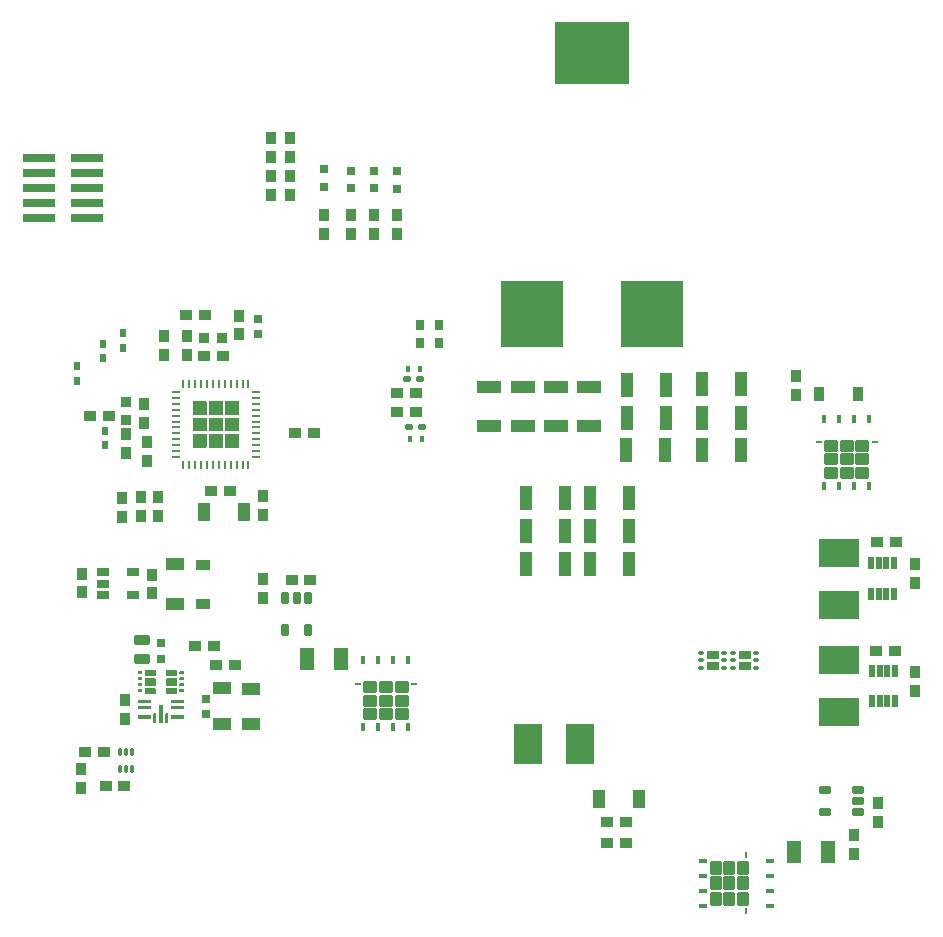
<source format=gtp>
G04*
G04 #@! TF.GenerationSoftware,Altium Limited,Altium Designer,23.1.1 (15)*
G04*
G04 Layer_Color=8421504*
%FSLAX44Y44*%
%MOMM*%
G71*
G04*
G04 #@! TF.SameCoordinates,9C76BA79-DA27-457B-B569-9ED225C8ECFE*
G04*
G04*
G04 #@! TF.FilePolarity,Positive*
G04*
G01*
G75*
G04:AMPARAMS|DCode=31|XSize=1mm|YSize=0.7mm|CornerRadius=0.049mm|HoleSize=0mm|Usage=FLASHONLY|Rotation=0.000|XOffset=0mm|YOffset=0mm|HoleType=Round|Shape=RoundedRectangle|*
%AMROUNDEDRECTD31*
21,1,1.0000,0.6020,0,0,0.0*
21,1,0.9020,0.7000,0,0,0.0*
1,1,0.0980,0.4510,-0.3010*
1,1,0.0980,-0.4510,-0.3010*
1,1,0.0980,-0.4510,0.3010*
1,1,0.0980,0.4510,0.3010*
%
%ADD31ROUNDEDRECTD31*%
G04:AMPARAMS|DCode=32|XSize=0.25mm|YSize=0.555mm|CornerRadius=0.05mm|HoleSize=0mm|Usage=FLASHONLY|Rotation=270.000|XOffset=0mm|YOffset=0mm|HoleType=Round|Shape=RoundedRectangle|*
%AMROUNDEDRECTD32*
21,1,0.2500,0.4550,0,0,270.0*
21,1,0.1500,0.5550,0,0,270.0*
1,1,0.1000,-0.2275,-0.0750*
1,1,0.1000,-0.2275,0.0750*
1,1,0.1000,0.2275,0.0750*
1,1,0.1000,0.2275,-0.0750*
%
%ADD32ROUNDEDRECTD32*%
G04:AMPARAMS|DCode=33|XSize=0.95mm|YSize=1.13mm|CornerRadius=0.0522mm|HoleSize=0mm|Usage=FLASHONLY|Rotation=270.000|XOffset=0mm|YOffset=0mm|HoleType=Round|Shape=RoundedRectangle|*
%AMROUNDEDRECTD33*
21,1,0.9500,1.0255,0,0,270.0*
21,1,0.8455,1.1300,0,0,270.0*
1,1,0.1045,-0.5128,-0.4228*
1,1,0.1045,-0.5128,0.4228*
1,1,0.1045,0.5128,0.4228*
1,1,0.1045,0.5128,-0.4228*
%
%ADD33ROUNDEDRECTD33*%
G04:AMPARAMS|DCode=34|XSize=0.25mm|YSize=0.555mm|CornerRadius=0.05mm|HoleSize=0mm|Usage=FLASHONLY|Rotation=180.000|XOffset=0mm|YOffset=0mm|HoleType=Round|Shape=RoundedRectangle|*
%AMROUNDEDRECTD34*
21,1,0.2500,0.4550,0,0,180.0*
21,1,0.1500,0.5550,0,0,180.0*
1,1,0.1000,-0.0750,0.2275*
1,1,0.1000,0.0750,0.2275*
1,1,0.1000,0.0750,-0.2275*
1,1,0.1000,-0.0750,-0.2275*
%
%ADD34ROUNDEDRECTD34*%
G04:AMPARAMS|DCode=35|XSize=0.95mm|YSize=1.13mm|CornerRadius=0.0522mm|HoleSize=0mm|Usage=FLASHONLY|Rotation=180.000|XOffset=0mm|YOffset=0mm|HoleType=Round|Shape=RoundedRectangle|*
%AMROUNDEDRECTD35*
21,1,0.9500,1.0255,0,0,180.0*
21,1,0.8455,1.1300,0,0,180.0*
1,1,0.1045,-0.4228,0.5128*
1,1,0.1045,0.4228,0.5128*
1,1,0.1045,0.4228,-0.5128*
1,1,0.1045,-0.4228,-0.5128*
%
%ADD35ROUNDEDRECTD35*%
%ADD36R,6.3500X5.2800*%
%ADD37R,5.3300X5.5900*%
%ADD38R,0.9500X1.0000*%
G04:AMPARAMS|DCode=39|XSize=0.3mm|YSize=0.67mm|CornerRadius=0.0495mm|HoleSize=0mm|Usage=FLASHONLY|Rotation=0.000|XOffset=0mm|YOffset=0mm|HoleType=Round|Shape=RoundedRectangle|*
%AMROUNDEDRECTD39*
21,1,0.3000,0.5710,0,0,0.0*
21,1,0.2010,0.6700,0,0,0.0*
1,1,0.0990,0.1005,-0.2855*
1,1,0.0990,-0.1005,-0.2855*
1,1,0.0990,-0.1005,0.2855*
1,1,0.0990,0.1005,0.2855*
%
%ADD39ROUNDEDRECTD39*%
%ADD40R,1.0000X0.9500*%
G04:AMPARAMS|DCode=41|XSize=1.1mm|YSize=2.05mm|CornerRadius=0.0495mm|HoleSize=0mm|Usage=FLASHONLY|Rotation=270.000|XOffset=0mm|YOffset=0mm|HoleType=Round|Shape=RoundedRectangle|*
%AMROUNDEDRECTD41*
21,1,1.1000,1.9510,0,0,270.0*
21,1,1.0010,2.0500,0,0,270.0*
1,1,0.0990,-0.9755,-0.5005*
1,1,0.0990,-0.9755,0.5005*
1,1,0.0990,0.9755,0.5005*
1,1,0.0990,0.9755,-0.5005*
%
%ADD41ROUNDEDRECTD41*%
G04:AMPARAMS|DCode=42|XSize=1.1mm|YSize=2.05mm|CornerRadius=0.0495mm|HoleSize=0mm|Usage=FLASHONLY|Rotation=0.000|XOffset=0mm|YOffset=0mm|HoleType=Round|Shape=RoundedRectangle|*
%AMROUNDEDRECTD42*
21,1,1.1000,1.9510,0,0,0.0*
21,1,1.0010,2.0500,0,0,0.0*
1,1,0.0990,0.5005,-0.9755*
1,1,0.0990,-0.5005,-0.9755*
1,1,0.0990,-0.5005,0.9755*
1,1,0.0990,0.5005,0.9755*
%
%ADD42ROUNDEDRECTD42*%
G04:AMPARAMS|DCode=43|XSize=0.6mm|YSize=0.24mm|CornerRadius=0.0504mm|HoleSize=0mm|Usage=FLASHONLY|Rotation=90.000|XOffset=0mm|YOffset=0mm|HoleType=Round|Shape=RoundedRectangle|*
%AMROUNDEDRECTD43*
21,1,0.6000,0.1392,0,0,90.0*
21,1,0.4992,0.2400,0,0,90.0*
1,1,0.1008,0.0696,0.2496*
1,1,0.1008,0.0696,-0.2496*
1,1,0.1008,-0.0696,-0.2496*
1,1,0.1008,-0.0696,0.2496*
%
%ADD43ROUNDEDRECTD43*%
G04:AMPARAMS|DCode=44|XSize=0.24mm|YSize=0.6mm|CornerRadius=0.0504mm|HoleSize=0mm|Usage=FLASHONLY|Rotation=90.000|XOffset=0mm|YOffset=0mm|HoleType=Round|Shape=RoundedRectangle|*
%AMROUNDEDRECTD44*
21,1,0.2400,0.4992,0,0,90.0*
21,1,0.1392,0.6000,0,0,90.0*
1,1,0.1008,0.2496,0.0696*
1,1,0.1008,0.2496,-0.0696*
1,1,0.1008,-0.2496,-0.0696*
1,1,0.1008,-0.2496,0.0696*
%
%ADD44ROUNDEDRECTD44*%
G04:AMPARAMS|DCode=45|XSize=0.3mm|YSize=0.45mm|CornerRadius=0.0495mm|HoleSize=0mm|Usage=FLASHONLY|Rotation=90.000|XOffset=0mm|YOffset=0mm|HoleType=Round|Shape=RoundedRectangle|*
%AMROUNDEDRECTD45*
21,1,0.3000,0.3510,0,0,90.0*
21,1,0.2010,0.4500,0,0,90.0*
1,1,0.0990,0.1755,0.1005*
1,1,0.0990,0.1755,-0.1005*
1,1,0.0990,-0.1755,-0.1005*
1,1,0.0990,-0.1755,0.1005*
%
%ADD45ROUNDEDRECTD45*%
G04:AMPARAMS|DCode=46|XSize=2.38mm|YSize=3.45mm|CornerRadius=0.0476mm|HoleSize=0mm|Usage=FLASHONLY|Rotation=0.000|XOffset=0mm|YOffset=0mm|HoleType=Round|Shape=RoundedRectangle|*
%AMROUNDEDRECTD46*
21,1,2.3800,3.3548,0,0,0.0*
21,1,2.2848,3.4500,0,0,0.0*
1,1,0.0952,1.1424,-1.6774*
1,1,0.0952,-1.1424,-1.6774*
1,1,0.0952,-1.1424,1.6774*
1,1,0.0952,1.1424,1.6774*
%
%ADD46ROUNDEDRECTD46*%
G04:AMPARAMS|DCode=47|XSize=2.38mm|YSize=3.45mm|CornerRadius=0.0476mm|HoleSize=0mm|Usage=FLASHONLY|Rotation=270.000|XOffset=0mm|YOffset=0mm|HoleType=Round|Shape=RoundedRectangle|*
%AMROUNDEDRECTD47*
21,1,2.3800,3.3548,0,0,270.0*
21,1,2.2848,3.4500,0,0,270.0*
1,1,0.0952,-1.6774,-1.1424*
1,1,0.0952,-1.6774,1.1424*
1,1,0.0952,1.6774,1.1424*
1,1,0.0952,1.6774,-1.1424*
%
%ADD47ROUNDEDRECTD47*%
G04:AMPARAMS|DCode=48|XSize=1.05mm|YSize=0.45mm|CornerRadius=0.0495mm|HoleSize=0mm|Usage=FLASHONLY|Rotation=90.000|XOffset=0mm|YOffset=0mm|HoleType=Round|Shape=RoundedRectangle|*
%AMROUNDEDRECTD48*
21,1,1.0500,0.3510,0,0,90.0*
21,1,0.9510,0.4500,0,0,90.0*
1,1,0.0990,0.1755,0.4755*
1,1,0.0990,0.1755,-0.4755*
1,1,0.0990,-0.1755,-0.4755*
1,1,0.0990,-0.1755,0.4755*
%
%ADD48ROUNDEDRECTD48*%
G04:AMPARAMS|DCode=49|XSize=0.6mm|YSize=1mm|CornerRadius=0.051mm|HoleSize=0mm|Usage=FLASHONLY|Rotation=0.000|XOffset=0mm|YOffset=0mm|HoleType=Round|Shape=RoundedRectangle|*
%AMROUNDEDRECTD49*
21,1,0.6000,0.8980,0,0,0.0*
21,1,0.4980,1.0000,0,0,0.0*
1,1,0.1020,0.2490,-0.4490*
1,1,0.1020,-0.2490,-0.4490*
1,1,0.1020,-0.2490,0.4490*
1,1,0.1020,0.2490,0.4490*
%
%ADD49ROUNDEDRECTD49*%
%ADD50R,0.3810X0.6096*%
%ADD51R,1.1000X1.6000*%
G04:AMPARAMS|DCode=52|XSize=0.6mm|YSize=1mm|CornerRadius=0.051mm|HoleSize=0mm|Usage=FLASHONLY|Rotation=270.000|XOffset=0mm|YOffset=0mm|HoleType=Round|Shape=RoundedRectangle|*
%AMROUNDEDRECTD52*
21,1,0.6000,0.8980,0,0,270.0*
21,1,0.4980,1.0000,0,0,270.0*
1,1,0.1020,-0.4490,-0.2490*
1,1,0.1020,-0.4490,0.2490*
1,1,0.1020,0.4490,0.2490*
1,1,0.1020,0.4490,-0.2490*
%
%ADD52ROUNDEDRECTD52*%
%ADD53R,1.3000X1.8500*%
%ADD54R,0.6000X0.8000*%
%ADD55R,2.7900X0.7400*%
%ADD56R,0.9150X1.2200*%
G04:AMPARAMS|DCode=57|XSize=0.76mm|YSize=0.41mm|CornerRadius=0.0495mm|HoleSize=0mm|Usage=FLASHONLY|Rotation=270.000|XOffset=0mm|YOffset=0mm|HoleType=Round|Shape=RoundedRectangle|*
%AMROUNDEDRECTD57*
21,1,0.7600,0.3111,0,0,270.0*
21,1,0.6611,0.4100,0,0,270.0*
1,1,0.0989,-0.1556,-0.3306*
1,1,0.0989,-0.1556,0.3306*
1,1,0.0989,0.1556,0.3306*
1,1,0.0989,0.1556,-0.3306*
%
%ADD57ROUNDEDRECTD57*%
G04:AMPARAMS|DCode=58|XSize=0.76mm|YSize=0.41mm|CornerRadius=0.0495mm|HoleSize=0mm|Usage=FLASHONLY|Rotation=180.000|XOffset=0mm|YOffset=0mm|HoleType=Round|Shape=RoundedRectangle|*
%AMROUNDEDRECTD58*
21,1,0.7600,0.3111,0,0,180.0*
21,1,0.6611,0.4100,0,0,180.0*
1,1,0.0989,-0.3306,0.1556*
1,1,0.0989,0.3306,0.1556*
1,1,0.0989,0.3306,-0.1556*
1,1,0.0989,-0.3306,-0.1556*
%
%ADD58ROUNDEDRECTD58*%
G04:AMPARAMS|DCode=59|XSize=0.75mm|YSize=0.9mm|CornerRadius=0.0488mm|HoleSize=0mm|Usage=FLASHONLY|Rotation=180.000|XOffset=0mm|YOffset=0mm|HoleType=Round|Shape=RoundedRectangle|*
%AMROUNDEDRECTD59*
21,1,0.7500,0.8025,0,0,180.0*
21,1,0.6525,0.9000,0,0,180.0*
1,1,0.0975,-0.3263,0.4013*
1,1,0.0975,0.3263,0.4013*
1,1,0.0975,0.3263,-0.4013*
1,1,0.0975,-0.3263,-0.4013*
%
%ADD59ROUNDEDRECTD59*%
G04:AMPARAMS|DCode=60|XSize=0.6mm|YSize=0.5mm|CornerRadius=0.05mm|HoleSize=0mm|Usage=FLASHONLY|Rotation=0.000|XOffset=0mm|YOffset=0mm|HoleType=Round|Shape=RoundedRectangle|*
%AMROUNDEDRECTD60*
21,1,0.6000,0.4000,0,0,0.0*
21,1,0.5000,0.5000,0,0,0.0*
1,1,0.1000,0.2500,-0.2000*
1,1,0.1000,-0.2500,-0.2000*
1,1,0.1000,-0.2500,0.2000*
1,1,0.1000,0.2500,0.2000*
%
%ADD60ROUNDEDRECTD60*%
G04:AMPARAMS|DCode=61|XSize=0.8mm|YSize=0.9mm|CornerRadius=0.052mm|HoleSize=0mm|Usage=FLASHONLY|Rotation=90.000|XOffset=0mm|YOffset=0mm|HoleType=Round|Shape=RoundedRectangle|*
%AMROUNDEDRECTD61*
21,1,0.8000,0.7960,0,0,90.0*
21,1,0.6960,0.9000,0,0,90.0*
1,1,0.1040,0.3980,0.3480*
1,1,0.1040,0.3980,-0.3480*
1,1,0.1040,-0.3980,-0.3480*
1,1,0.1040,-0.3980,0.3480*
%
%ADD61ROUNDEDRECTD61*%
G04:AMPARAMS|DCode=62|XSize=0.8mm|YSize=0.9mm|CornerRadius=0.052mm|HoleSize=0mm|Usage=FLASHONLY|Rotation=0.000|XOffset=0mm|YOffset=0mm|HoleType=Round|Shape=RoundedRectangle|*
%AMROUNDEDRECTD62*
21,1,0.8000,0.7960,0,0,0.0*
21,1,0.6960,0.9000,0,0,0.0*
1,1,0.1040,0.3480,-0.3980*
1,1,0.1040,-0.3480,-0.3980*
1,1,0.1040,-0.3480,0.3980*
1,1,0.1040,0.3480,0.3980*
%
%ADD62ROUNDEDRECTD62*%
G04:AMPARAMS|DCode=63|XSize=0.65mm|YSize=0.7mm|CornerRadius=0.0488mm|HoleSize=0mm|Usage=FLASHONLY|Rotation=90.000|XOffset=0mm|YOffset=0mm|HoleType=Round|Shape=RoundedRectangle|*
%AMROUNDEDRECTD63*
21,1,0.6500,0.6025,0,0,90.0*
21,1,0.5525,0.7000,0,0,90.0*
1,1,0.0975,0.3013,0.2763*
1,1,0.0975,0.3013,-0.2763*
1,1,0.0975,-0.3013,-0.2763*
1,1,0.0975,-0.3013,0.2763*
%
%ADD63ROUNDEDRECTD63*%
G04:AMPARAMS|DCode=64|XSize=0.825mm|YSize=1.325mm|CornerRadius=0.0495mm|HoleSize=0mm|Usage=FLASHONLY|Rotation=90.000|XOffset=0mm|YOffset=0mm|HoleType=Round|Shape=RoundedRectangle|*
%AMROUNDEDRECTD64*
21,1,0.8250,1.2260,0,0,90.0*
21,1,0.7260,1.3250,0,0,90.0*
1,1,0.0990,0.6130,0.3630*
1,1,0.0990,0.6130,-0.3630*
1,1,0.0990,-0.6130,-0.3630*
1,1,0.0990,-0.6130,0.3630*
%
%ADD64ROUNDEDRECTD64*%
G04:AMPARAMS|DCode=65|XSize=1.1mm|YSize=0.6mm|CornerRadius=0.051mm|HoleSize=0mm|Usage=FLASHONLY|Rotation=0.000|XOffset=0mm|YOffset=0mm|HoleType=Round|Shape=RoundedRectangle|*
%AMROUNDEDRECTD65*
21,1,1.1000,0.4980,0,0,0.0*
21,1,0.9980,0.6000,0,0,0.0*
1,1,0.1020,0.4990,-0.2490*
1,1,0.1020,-0.4990,-0.2490*
1,1,0.1020,-0.4990,0.2490*
1,1,0.1020,0.4990,0.2490*
%
%ADD65ROUNDEDRECTD65*%
%ADD66R,1.2200X0.9150*%
%ADD67R,1.6000X1.1000*%
G04:AMPARAMS|DCode=68|XSize=1mm|YSize=1.6mm|CornerRadius=0.05mm|HoleSize=0mm|Usage=FLASHONLY|Rotation=90.000|XOffset=0mm|YOffset=0mm|HoleType=Round|Shape=RoundedRectangle|*
%AMROUNDEDRECTD68*
21,1,1.0000,1.5000,0,0,90.0*
21,1,0.9000,1.6000,0,0,90.0*
1,1,0.1000,0.7500,0.4500*
1,1,0.1000,0.7500,-0.4500*
1,1,0.1000,-0.7500,-0.4500*
1,1,0.1000,-0.7500,0.4500*
%
%ADD68ROUNDEDRECTD68*%
%ADD69R,0.8000X0.8000*%
G36*
X225361Y448445D02*
X225501Y448304D01*
X225578Y448120D01*
Y448021D01*
Y437321D01*
Y437221D01*
X225501Y437037D01*
X225361Y436897D01*
X225177Y436821D01*
X214278D01*
X214094Y436897D01*
X213954Y437037D01*
X213878Y437221D01*
Y437321D01*
Y448021D01*
Y448120D01*
X213954Y448304D01*
X214094Y448445D01*
X214278Y448521D01*
X225177D01*
X225361Y448445D01*
D02*
G37*
G36*
X211661D02*
X211801Y448304D01*
X211878Y448120D01*
Y448021D01*
Y437321D01*
Y437221D01*
X211801Y437037D01*
X211661Y436897D01*
X211477Y436821D01*
X200578D01*
X200394Y436897D01*
X200254Y437037D01*
X200178Y437221D01*
Y437321D01*
Y448021D01*
Y448120D01*
X200254Y448304D01*
X200394Y448445D01*
X200578Y448521D01*
X211477D01*
X211661Y448445D01*
D02*
G37*
G36*
X197961D02*
X198102Y448304D01*
X198178Y448120D01*
Y448021D01*
Y437321D01*
Y437221D01*
X198102Y437037D01*
X197961Y436897D01*
X197777Y436821D01*
X186878D01*
X186694Y436897D01*
X186554Y437037D01*
X186478Y437221D01*
Y437321D01*
Y448021D01*
Y448120D01*
X186554Y448304D01*
X186694Y448445D01*
X186878Y448521D01*
X197777D01*
X197961Y448445D01*
D02*
G37*
G36*
X225361Y434744D02*
X225501Y434604D01*
X225578Y434420D01*
Y434321D01*
Y423621D01*
Y423521D01*
X225501Y423337D01*
X225361Y423197D01*
X225177Y423121D01*
X214278D01*
X214094Y423197D01*
X213954Y423337D01*
X213878Y423521D01*
Y423621D01*
Y434321D01*
Y434420D01*
X213954Y434604D01*
X214094Y434744D01*
X214278Y434821D01*
X225177D01*
X225361Y434744D01*
D02*
G37*
G36*
X211661D02*
X211801Y434604D01*
X211878Y434420D01*
Y434321D01*
Y423621D01*
Y423521D01*
X211801Y423337D01*
X211661Y423197D01*
X211477Y423121D01*
X200578D01*
X200394Y423197D01*
X200254Y423337D01*
X200178Y423521D01*
Y423621D01*
Y434321D01*
Y434420D01*
X200254Y434604D01*
X200394Y434744D01*
X200578Y434821D01*
X211477D01*
X211661Y434744D01*
D02*
G37*
G36*
X197961D02*
X198102Y434604D01*
X198178Y434420D01*
Y434321D01*
Y423621D01*
Y423521D01*
X198102Y423337D01*
X197961Y423197D01*
X197777Y423121D01*
X186878D01*
X186694Y423197D01*
X186554Y423337D01*
X186478Y423521D01*
Y423621D01*
Y434321D01*
Y434420D01*
X186554Y434604D01*
X186694Y434744D01*
X186878Y434821D01*
X197777D01*
X197961Y434744D01*
D02*
G37*
G36*
X225361Y421045D02*
X225501Y420904D01*
X225578Y420720D01*
Y420621D01*
Y409921D01*
Y409821D01*
X225501Y409637D01*
X225361Y409497D01*
X225177Y409421D01*
X214278D01*
X214094Y409497D01*
X213954Y409637D01*
X213878Y409821D01*
Y409921D01*
Y420621D01*
Y420720D01*
X213954Y420904D01*
X214094Y421045D01*
X214278Y421121D01*
X225177D01*
X225361Y421045D01*
D02*
G37*
G36*
X211661D02*
X211801Y420904D01*
X211878Y420720D01*
Y420621D01*
Y409921D01*
Y409821D01*
X211801Y409637D01*
X211661Y409497D01*
X211477Y409421D01*
X200578D01*
X200394Y409497D01*
X200254Y409637D01*
X200178Y409821D01*
Y409921D01*
Y420621D01*
Y420720D01*
X200254Y420904D01*
X200394Y421045D01*
X200578Y421121D01*
X211477D01*
X211661Y421045D01*
D02*
G37*
G36*
X197961D02*
X198102Y420904D01*
X198178Y420720D01*
Y420621D01*
Y409921D01*
Y409821D01*
X198102Y409637D01*
X197961Y409497D01*
X197777Y409421D01*
X186878D01*
X186694Y409497D01*
X186554Y409637D01*
X186478Y409821D01*
Y409921D01*
Y420621D01*
Y420720D01*
X186554Y420904D01*
X186694Y421045D01*
X186878Y421121D01*
X197777D01*
X197961Y421045D01*
D02*
G37*
G36*
X178650Y219998D02*
X178791Y219857D01*
X178867Y219673D01*
Y219574D01*
Y218074D01*
Y217974D01*
X178791Y217790D01*
X178650Y217650D01*
X178467Y217574D01*
X175518D01*
X175334Y217650D01*
X175193Y217790D01*
X175117Y217974D01*
Y218074D01*
Y219574D01*
Y219673D01*
X175193Y219857D01*
X175334Y219998D01*
X175518Y220074D01*
X178467D01*
X178650Y219998D01*
D02*
G37*
G36*
X143411D02*
X143551Y219857D01*
X143627Y219673D01*
Y219574D01*
Y218074D01*
Y217974D01*
X143551Y217790D01*
X143411Y217650D01*
X143227Y217574D01*
X140278D01*
X140094Y217650D01*
X139953Y217790D01*
X139877Y217974D01*
Y218074D01*
Y219574D01*
Y219673D01*
X139953Y219857D01*
X140094Y219998D01*
X140278Y220074D01*
X143227D01*
X143411Y219998D01*
D02*
G37*
G36*
X172955Y221022D02*
X173096Y220882D01*
X173172Y220698D01*
Y220599D01*
Y216449D01*
Y216349D01*
X173096Y216165D01*
X172955Y216025D01*
X172772Y215949D01*
X164273D01*
X164089Y216025D01*
X163948Y216165D01*
X163872Y216349D01*
Y216449D01*
Y220599D01*
Y220698D01*
X163948Y220882D01*
X164089Y221022D01*
X164273Y221099D01*
X172772D01*
X172955Y221022D01*
D02*
G37*
G36*
X154656D02*
X154796Y220882D01*
X154872Y220698D01*
Y220599D01*
Y216449D01*
Y216349D01*
X154796Y216165D01*
X154656Y216025D01*
X154472Y215949D01*
X145973D01*
X145789Y216025D01*
X145648Y216165D01*
X145572Y216349D01*
Y216449D01*
Y220599D01*
Y220698D01*
X145648Y220882D01*
X145789Y221022D01*
X145973Y221099D01*
X154472D01*
X154656Y221022D01*
D02*
G37*
G36*
X178650Y214998D02*
X178791Y214857D01*
X178867Y214673D01*
Y214574D01*
Y213074D01*
Y212974D01*
X178791Y212790D01*
X178650Y212650D01*
X178467Y212574D01*
X175518D01*
X175334Y212650D01*
X175193Y212790D01*
X175117Y212974D01*
Y213074D01*
Y214574D01*
Y214673D01*
X175193Y214857D01*
X175334Y214998D01*
X175518Y215074D01*
X178467D01*
X178650Y214998D01*
D02*
G37*
G36*
X143411D02*
X143551Y214857D01*
X143627Y214673D01*
Y214574D01*
Y213074D01*
Y212974D01*
X143551Y212790D01*
X143411Y212650D01*
X143227Y212574D01*
X140278D01*
X140094Y212650D01*
X139953Y212790D01*
X139877Y212974D01*
Y213074D01*
Y214574D01*
Y214673D01*
X139953Y214857D01*
X140094Y214998D01*
X140278Y215074D01*
X143227D01*
X143411Y214998D01*
D02*
G37*
G36*
X172955Y213848D02*
X173096Y213707D01*
X173172Y213523D01*
Y213424D01*
Y208224D01*
Y208124D01*
X173096Y207940D01*
X172955Y207800D01*
X172772Y207724D01*
X164273D01*
X164089Y207800D01*
X163948Y207940D01*
X163872Y208124D01*
Y208224D01*
Y213424D01*
Y213523D01*
X163948Y213707D01*
X164089Y213848D01*
X164273Y213924D01*
X172772D01*
X172955Y213848D01*
D02*
G37*
G36*
X154656D02*
X154796Y213707D01*
X154872Y213523D01*
Y213424D01*
Y208224D01*
Y208124D01*
X154796Y207940D01*
X154656Y207800D01*
X154472Y207724D01*
X145973D01*
X145789Y207800D01*
X145648Y207940D01*
X145572Y208124D01*
Y208224D01*
Y213424D01*
Y213523D01*
X145648Y213707D01*
X145789Y213848D01*
X145973Y213924D01*
X154472D01*
X154656Y213848D01*
D02*
G37*
G36*
X178650Y209998D02*
X178791Y209857D01*
X178867Y209673D01*
Y209574D01*
Y208074D01*
Y207974D01*
X178791Y207790D01*
X178650Y207650D01*
X178467Y207574D01*
X175518D01*
X175334Y207650D01*
X175193Y207790D01*
X175117Y207974D01*
Y208074D01*
Y209574D01*
Y209673D01*
X175193Y209857D01*
X175334Y209998D01*
X175518Y210074D01*
X178467D01*
X178650Y209998D01*
D02*
G37*
G36*
X143411D02*
X143551Y209857D01*
X143627Y209673D01*
Y209574D01*
Y208074D01*
Y207974D01*
X143551Y207790D01*
X143411Y207650D01*
X143227Y207574D01*
X140278D01*
X140094Y207650D01*
X139953Y207790D01*
X139877Y207974D01*
Y208074D01*
Y209574D01*
Y209673D01*
X139953Y209857D01*
X140094Y209998D01*
X140278Y210074D01*
X143227D01*
X143411Y209998D01*
D02*
G37*
G36*
X178650Y204998D02*
X178791Y204857D01*
X178867Y204673D01*
Y204574D01*
Y203074D01*
Y202974D01*
X178791Y202790D01*
X178650Y202650D01*
X178467Y202574D01*
X175518D01*
X175334Y202650D01*
X175193Y202790D01*
X175117Y202974D01*
Y203074D01*
Y204574D01*
Y204673D01*
X175193Y204857D01*
X175334Y204998D01*
X175518Y205074D01*
X178467D01*
X178650Y204998D01*
D02*
G37*
G36*
X143411D02*
X143551Y204857D01*
X143627Y204673D01*
Y204574D01*
Y203074D01*
Y202974D01*
X143551Y202790D01*
X143411Y202650D01*
X143227Y202574D01*
X140278D01*
X140094Y202650D01*
X139953Y202790D01*
X139877Y202974D01*
Y203074D01*
Y204574D01*
Y204673D01*
X139953Y204857D01*
X140094Y204998D01*
X140278Y205074D01*
X143227D01*
X143411Y204998D01*
D02*
G37*
G36*
X172955Y205672D02*
X173096Y205532D01*
X173172Y205348D01*
Y205249D01*
Y201099D01*
Y200999D01*
X173096Y200815D01*
X172955Y200675D01*
X172772Y200599D01*
X164273D01*
X164089Y200675D01*
X163948Y200815D01*
X163872Y200999D01*
Y201099D01*
Y205249D01*
Y205348D01*
X163948Y205532D01*
X164089Y205672D01*
X164273Y205749D01*
X172772D01*
X172955Y205672D01*
D02*
G37*
G36*
X154656D02*
X154796Y205532D01*
X154872Y205348D01*
Y205249D01*
Y201099D01*
Y200999D01*
X154796Y200815D01*
X154656Y200675D01*
X154472Y200599D01*
X145973D01*
X145789Y200675D01*
X145648Y200815D01*
X145572Y200999D01*
Y201099D01*
Y205249D01*
Y205348D01*
X145648Y205532D01*
X145789Y205672D01*
X145973Y205749D01*
X154472D01*
X154656Y205672D01*
D02*
G37*
G36*
X178655Y195497D02*
X178796Y195357D01*
X178872Y195173D01*
Y195074D01*
Y193574D01*
Y193474D01*
X178796Y193290D01*
X178655Y193150D01*
X178472Y193074D01*
X168273D01*
X168089Y193150D01*
X167948Y193290D01*
X167872Y193474D01*
Y193574D01*
X167872D01*
Y195074D01*
Y195173D01*
X167948Y195357D01*
X168089Y195497D01*
X168273Y195574D01*
X178472D01*
X178655Y195497D01*
D02*
G37*
G36*
X150655D02*
X150796Y195357D01*
X150872Y195173D01*
Y195074D01*
X150872Y193574D01*
Y193474D01*
X150796Y193290D01*
X150655Y193150D01*
X150472Y193074D01*
X140273D01*
X140089Y193150D01*
X139948Y193290D01*
X139872Y193474D01*
Y193574D01*
Y195074D01*
Y195173D01*
X139948Y195357D01*
X140089Y195497D01*
X140273Y195574D01*
X150472D01*
X150655Y195497D01*
D02*
G37*
G36*
X178655Y190497D02*
X178796Y190357D01*
X178872Y190173D01*
Y190074D01*
X178872D01*
X178872Y188574D01*
Y188474D01*
X178796Y188290D01*
X178655Y188150D01*
X178472Y188074D01*
X178372D01*
Y188074D01*
X168372Y188074D01*
X168273D01*
X168089Y188150D01*
X167948Y188290D01*
X167872Y188474D01*
Y188574D01*
Y190074D01*
Y190173D01*
X167948Y190357D01*
X168089Y190497D01*
X168273Y190574D01*
X178472D01*
X178655Y190497D01*
D02*
G37*
G36*
X150655D02*
X150796Y190357D01*
X150872Y190173D01*
Y190074D01*
Y188574D01*
Y188474D01*
X150796Y188290D01*
X150655Y188150D01*
X150472Y188074D01*
X150372D01*
Y188074D01*
X140372Y188074D01*
X140273D01*
X140089Y188150D01*
X139948Y188290D01*
X139872Y188474D01*
Y188574D01*
X139872D01*
X139872Y190074D01*
Y190173D01*
X139948Y190357D01*
X140089Y190497D01*
X140273Y190574D01*
X150472D01*
X150655Y190497D01*
D02*
G37*
G36*
X178655Y183002D02*
X178796Y182862D01*
X178872Y182678D01*
Y182579D01*
X178872D01*
X178872Y179829D01*
Y179729D01*
X178796Y179545D01*
X178655Y179405D01*
X178472Y179329D01*
X168273D01*
X168089Y179405D01*
X167948Y179545D01*
X167872Y179729D01*
Y179829D01*
Y182579D01*
Y182678D01*
X167948Y182862D01*
X168089Y183002D01*
X168273Y183079D01*
X178472D01*
X178655Y183002D01*
D02*
G37*
G36*
X150655D02*
X150796Y182862D01*
X150872Y182678D01*
Y182579D01*
Y179829D01*
Y179729D01*
X150796Y179545D01*
X150655Y179405D01*
X150472Y179329D01*
X140273D01*
X140089Y179405D01*
X139948Y179545D01*
X139872Y179729D01*
Y179829D01*
X139872D01*
X139872Y182579D01*
Y182678D01*
X139948Y182862D01*
X140089Y183002D01*
X140273Y183079D01*
X150472D01*
X150655Y183002D01*
D02*
G37*
G36*
X160655Y191502D02*
X160796Y191362D01*
X160872Y191178D01*
Y191079D01*
Y176829D01*
Y176729D01*
X160796Y176545D01*
X160655Y176405D01*
X160472Y176329D01*
X158273D01*
X158089Y176405D01*
X157948Y176545D01*
X157872Y176729D01*
Y176829D01*
Y191079D01*
Y191178D01*
X157948Y191362D01*
X158089Y191502D01*
X158273Y191579D01*
X160472D01*
X160655Y191502D01*
D02*
G37*
G36*
X155406Y184247D02*
X155546Y184107D01*
X155622Y183923D01*
Y183824D01*
Y176824D01*
Y176724D01*
X155546Y176540D01*
X155406Y176400D01*
X155222Y176324D01*
X153523D01*
X153339Y176400D01*
X153198Y176540D01*
X153122Y176724D01*
Y176824D01*
Y183824D01*
X153122Y183923D01*
X153198Y184107D01*
X153339Y184247D01*
X153523Y184324D01*
X155222D01*
X155406Y184247D01*
D02*
G37*
G36*
X165406D02*
X165546Y184107D01*
X165622Y183923D01*
Y183824D01*
Y176824D01*
Y176724D01*
X165546Y176540D01*
X165406Y176400D01*
X165222Y176324D01*
X165122D01*
Y176324D01*
X163622Y176324D01*
X163523D01*
X163339Y176400D01*
X163198Y176540D01*
X163122Y176724D01*
Y176824D01*
Y183824D01*
Y183923D01*
X163198Y184107D01*
X163339Y184247D01*
X163523Y184324D01*
X165222D01*
X165406Y184247D01*
D02*
G37*
D31*
X653799Y233851D02*
D03*
Y224851D02*
D03*
X626712Y233851D02*
D03*
Y224851D02*
D03*
D32*
X716273Y413802D02*
D03*
X763723D02*
D03*
X326265Y209628D02*
D03*
X373716D02*
D03*
D33*
X739998Y399352D02*
D03*
Y410853D02*
D03*
Y387852D02*
D03*
X753298D02*
D03*
Y410853D02*
D03*
Y399352D02*
D03*
X726698Y387852D02*
D03*
Y410853D02*
D03*
Y399352D02*
D03*
X349991Y195178D02*
D03*
Y206678D02*
D03*
Y183678D02*
D03*
X363291D02*
D03*
Y206678D02*
D03*
Y195178D02*
D03*
X336691Y183678D02*
D03*
Y206678D02*
D03*
Y195178D02*
D03*
D34*
X655051Y16818D02*
D03*
Y64268D02*
D03*
D35*
X640601Y53843D02*
D03*
X652100D02*
D03*
X629101D02*
D03*
X640601Y27243D02*
D03*
X652100D02*
D03*
X629101D02*
D03*
Y40543D02*
D03*
X652100D02*
D03*
X640601D02*
D03*
D36*
X524764Y743104D02*
D03*
D37*
X575514Y522354D02*
D03*
X474014D02*
D03*
D38*
X91643Y121220D02*
D03*
Y137220D02*
D03*
X246036Y298329D02*
D03*
Y282329D02*
D03*
X766235Y108632D02*
D03*
Y92632D02*
D03*
X746176Y65271D02*
D03*
Y81271D02*
D03*
X797607Y311028D02*
D03*
Y295028D02*
D03*
X797909Y219522D02*
D03*
Y203522D02*
D03*
X252543Y671611D02*
D03*
Y655611D02*
D03*
X252389Y639023D02*
D03*
Y623023D02*
D03*
X268825Y639023D02*
D03*
Y623023D02*
D03*
Y671611D02*
D03*
Y655611D02*
D03*
X696722Y453921D02*
D03*
Y469921D02*
D03*
X297550Y605998D02*
D03*
Y589998D02*
D03*
X320681Y590346D02*
D03*
Y606346D02*
D03*
X339766Y590392D02*
D03*
Y606392D02*
D03*
X359500Y590147D02*
D03*
Y606147D02*
D03*
X142171Y367203D02*
D03*
Y351203D02*
D03*
X156881Y367203D02*
D03*
Y351203D02*
D03*
X181441Y504225D02*
D03*
Y488225D02*
D03*
X162267Y504226D02*
D03*
Y488225D02*
D03*
X126220Y366953D02*
D03*
Y350953D02*
D03*
X129601Y421027D02*
D03*
Y405027D02*
D03*
X145462Y430171D02*
D03*
Y446171D02*
D03*
X147658Y398292D02*
D03*
Y414291D02*
D03*
X225637Y505183D02*
D03*
Y521183D02*
D03*
X246022Y368039D02*
D03*
Y352038D02*
D03*
X129326Y195506D02*
D03*
Y179506D02*
D03*
X92610Y286774D02*
D03*
Y302774D02*
D03*
X152292Y285959D02*
D03*
Y301959D02*
D03*
D39*
X129692Y137204D02*
D03*
X134692Y152004D02*
D03*
X129692D02*
D03*
X124692D02*
D03*
Y137204D02*
D03*
X134692D02*
D03*
D40*
X111123Y151854D02*
D03*
X95123D02*
D03*
X128557Y122787D02*
D03*
X112557D02*
D03*
X553265Y74695D02*
D03*
X537265D02*
D03*
X537265Y92266D02*
D03*
X553265D02*
D03*
X269997Y297254D02*
D03*
X285997D02*
D03*
X781709Y329421D02*
D03*
X765709D02*
D03*
X780633Y237070D02*
D03*
X764633D02*
D03*
X359070Y455872D02*
D03*
X375070D02*
D03*
X359070Y439622D02*
D03*
X375070D02*
D03*
X188486Y241068D02*
D03*
X204486D02*
D03*
X222078Y225694D02*
D03*
X206078D02*
D03*
X195687Y487108D02*
D03*
X211687D02*
D03*
X115704Y436471D02*
D03*
X99704D02*
D03*
X202188Y372255D02*
D03*
X218188D02*
D03*
X180957Y521872D02*
D03*
X196957D02*
D03*
X272781Y421957D02*
D03*
X288781D02*
D03*
D41*
X522007Y427763D02*
D03*
Y460763D02*
D03*
X436954Y427489D02*
D03*
Y460489D02*
D03*
X494207Y427489D02*
D03*
Y460489D02*
D03*
X465771D02*
D03*
Y427489D02*
D03*
D42*
X501477Y310699D02*
D03*
X468477D02*
D03*
X650412Y434659D02*
D03*
X617412D02*
D03*
X650412Y463007D02*
D03*
X617412D02*
D03*
X650412Y407033D02*
D03*
X617412D02*
D03*
X553938Y462572D02*
D03*
X586938D02*
D03*
X553938Y434291D02*
D03*
X586938D02*
D03*
X553449Y406986D02*
D03*
X586449D02*
D03*
X556007Y367078D02*
D03*
X523007D02*
D03*
X468477Y366824D02*
D03*
X501477D02*
D03*
X523007Y338930D02*
D03*
X556007D02*
D03*
X468477Y338677D02*
D03*
X501478D02*
D03*
X523007Y310699D02*
D03*
X556007D02*
D03*
D43*
X178528Y394971D02*
D03*
X183528D02*
D03*
X188528D02*
D03*
X193528D02*
D03*
X198528D02*
D03*
X203528D02*
D03*
X208528D02*
D03*
X213528D02*
D03*
X218528D02*
D03*
X223528D02*
D03*
X228528D02*
D03*
X233528D02*
D03*
Y462970D02*
D03*
X228528D02*
D03*
X223528D02*
D03*
X218528D02*
D03*
X213528D02*
D03*
X208528D02*
D03*
X203528D02*
D03*
X198528D02*
D03*
X193528D02*
D03*
X188528D02*
D03*
X183528D02*
D03*
X178528D02*
D03*
D44*
X240028Y401470D02*
D03*
Y406471D02*
D03*
Y411470D02*
D03*
Y416471D02*
D03*
Y421470D02*
D03*
Y426471D02*
D03*
Y431471D02*
D03*
Y436471D02*
D03*
Y441471D02*
D03*
Y446471D02*
D03*
Y451471D02*
D03*
Y456471D02*
D03*
X172028D02*
D03*
Y451471D02*
D03*
Y446471D02*
D03*
Y441471D02*
D03*
Y436471D02*
D03*
Y431471D02*
D03*
Y426471D02*
D03*
Y421470D02*
D03*
Y416471D02*
D03*
Y411470D02*
D03*
Y406471D02*
D03*
Y401470D02*
D03*
D45*
X644049Y235851D02*
D03*
Y229351D02*
D03*
Y222851D02*
D03*
X663549Y235851D02*
D03*
Y229351D02*
D03*
Y222851D02*
D03*
X616962D02*
D03*
Y229351D02*
D03*
Y235851D02*
D03*
X636461D02*
D03*
Y229351D02*
D03*
Y222851D02*
D03*
D46*
X514327Y158066D02*
D03*
X470127D02*
D03*
D47*
X733312Y276283D02*
D03*
Y320483D02*
D03*
Y229351D02*
D03*
Y185151D02*
D03*
D48*
X760492Y311812D02*
D03*
X766992D02*
D03*
X773492D02*
D03*
X779991D02*
D03*
Y285812D02*
D03*
X773492D02*
D03*
X766992D02*
D03*
X760492D02*
D03*
X761356Y220522D02*
D03*
X767855D02*
D03*
X774356D02*
D03*
X780856D02*
D03*
Y194522D02*
D03*
X774356D02*
D03*
X767855D02*
D03*
X761356D02*
D03*
D49*
X274279Y282199D02*
D03*
X264779Y254699D02*
D03*
X283779D02*
D03*
X264779Y282199D02*
D03*
X283779D02*
D03*
D50*
X368284Y476171D02*
D03*
X378443D02*
D03*
X370204Y416406D02*
D03*
X380364D02*
D03*
D51*
X530029Y112163D02*
D03*
X564029D02*
D03*
X195612Y355203D02*
D03*
X229612D02*
D03*
D52*
X749527Y110132D02*
D03*
X722027Y119632D02*
D03*
Y100632D02*
D03*
X749527Y119632D02*
D03*
Y100632D02*
D03*
D53*
X724601Y67418D02*
D03*
X695601D02*
D03*
X283166Y230294D02*
D03*
X312165D02*
D03*
D54*
X88801Y466156D02*
D03*
Y478156D02*
D03*
X126951Y494051D02*
D03*
Y506051D02*
D03*
X112030Y423464D02*
D03*
Y411464D02*
D03*
X110446Y497476D02*
D03*
Y485476D02*
D03*
D55*
X56154Y654785D02*
D03*
X96854D02*
D03*
X56154Y642085D02*
D03*
Y629385D02*
D03*
Y616685D02*
D03*
Y603985D02*
D03*
X96854Y642085D02*
D03*
Y629385D02*
D03*
Y616685D02*
D03*
Y603985D02*
D03*
D56*
X716805Y454971D02*
D03*
X749555D02*
D03*
D57*
X759048Y433702D02*
D03*
X746348D02*
D03*
X733648D02*
D03*
X759048Y377302D02*
D03*
X746348D02*
D03*
X733648D02*
D03*
X720948D02*
D03*
Y433702D02*
D03*
X369041Y173128D02*
D03*
X356341D02*
D03*
X343641D02*
D03*
X330941D02*
D03*
Y229528D02*
D03*
X369041D02*
D03*
X356341D02*
D03*
X343641D02*
D03*
D58*
X674951Y59593D02*
D03*
X618550D02*
D03*
Y46893D02*
D03*
Y34193D02*
D03*
Y21493D02*
D03*
X674951Y46893D02*
D03*
Y34193D02*
D03*
Y21493D02*
D03*
D59*
X394491Y513164D02*
D03*
X378992D02*
D03*
Y497817D02*
D03*
X394491D02*
D03*
D60*
X367788Y467892D02*
D03*
X378788D02*
D03*
X369562Y426927D02*
D03*
X380562D02*
D03*
D61*
X130129Y432830D02*
D03*
Y447830D02*
D03*
D62*
X196247Y502554D02*
D03*
X211248D02*
D03*
D63*
X241694Y505194D02*
D03*
Y518694D02*
D03*
X197264Y196932D02*
D03*
Y183432D02*
D03*
X159122Y244059D02*
D03*
Y230558D02*
D03*
D64*
X143521Y246732D02*
D03*
Y230732D02*
D03*
D65*
X110027Y303774D02*
D03*
Y294274D02*
D03*
Y284774D02*
D03*
X136026D02*
D03*
Y303774D02*
D03*
D66*
X194729Y276951D02*
D03*
Y309701D02*
D03*
D67*
X171143Y310692D02*
D03*
Y276693D02*
D03*
D68*
X235860Y175274D02*
D03*
Y205274D02*
D03*
X211378Y175528D02*
D03*
Y205528D02*
D03*
D69*
X297550Y645068D02*
D03*
Y630067D02*
D03*
X339766Y628893D02*
D03*
Y643892D02*
D03*
X320681Y628860D02*
D03*
Y643860D02*
D03*
X359500Y628647D02*
D03*
Y643647D02*
D03*
M02*

</source>
